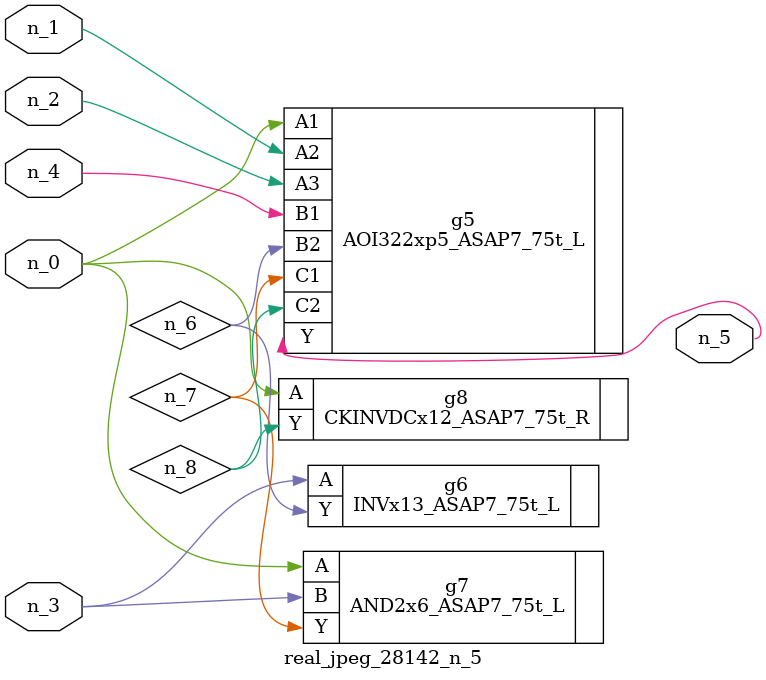
<source format=v>
module real_jpeg_28142_n_5 (n_4, n_0, n_1, n_2, n_3, n_5);

input n_4;
input n_0;
input n_1;
input n_2;
input n_3;

output n_5;

wire n_8;
wire n_6;
wire n_7;

AOI322xp5_ASAP7_75t_L g5 ( 
.A1(n_0),
.A2(n_1),
.A3(n_2),
.B1(n_4),
.B2(n_6),
.C1(n_7),
.C2(n_8),
.Y(n_5)
);

AND2x6_ASAP7_75t_L g7 ( 
.A(n_0),
.B(n_3),
.Y(n_7)
);

CKINVDCx12_ASAP7_75t_R g8 ( 
.A(n_0),
.Y(n_8)
);

INVx13_ASAP7_75t_L g6 ( 
.A(n_3),
.Y(n_6)
);


endmodule
</source>
